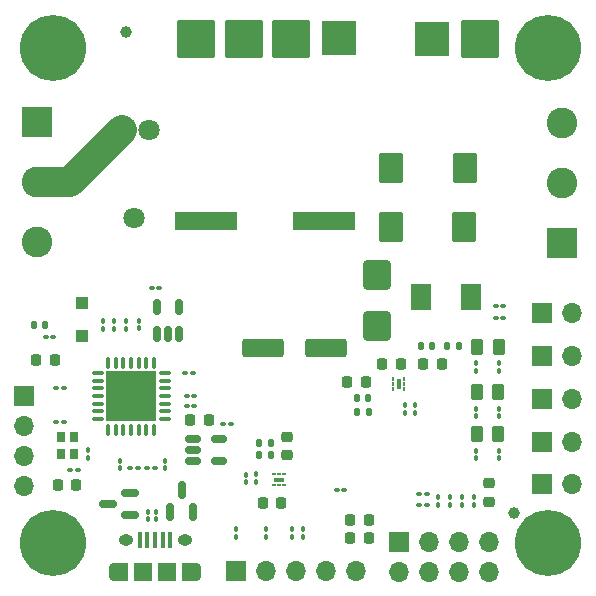
<source format=gts>
G04 #@! TF.GenerationSoftware,KiCad,Pcbnew,(7.0.0)*
G04 #@! TF.CreationDate,2023-09-29T14:02:52-04:00*
G04 #@! TF.ProjectId,_HW_HotPlate,5f48575f-486f-4745-906c-6174652e6b69,rev?*
G04 #@! TF.SameCoordinates,Original*
G04 #@! TF.FileFunction,Soldermask,Top*
G04 #@! TF.FilePolarity,Negative*
%FSLAX46Y46*%
G04 Gerber Fmt 4.6, Leading zero omitted, Abs format (unit mm)*
G04 Created by KiCad (PCBNEW (7.0.0)) date 2023-09-29 14:02:52*
%MOMM*%
%LPD*%
G01*
G04 APERTURE LIST*
G04 Aperture macros list*
%AMRoundRect*
0 Rectangle with rounded corners*
0 $1 Rounding radius*
0 $2 $3 $4 $5 $6 $7 $8 $9 X,Y pos of 4 corners*
0 Add a 4 corners polygon primitive as box body*
4,1,4,$2,$3,$4,$5,$6,$7,$8,$9,$2,$3,0*
0 Add four circle primitives for the rounded corners*
1,1,$1+$1,$2,$3*
1,1,$1+$1,$4,$5*
1,1,$1+$1,$6,$7*
1,1,$1+$1,$8,$9*
0 Add four rect primitives between the rounded corners*
20,1,$1+$1,$2,$3,$4,$5,0*
20,1,$1+$1,$4,$5,$6,$7,0*
20,1,$1+$1,$6,$7,$8,$9,0*
20,1,$1+$1,$8,$9,$2,$3,0*%
G04 Aperture macros list end*
%ADD10C,2.540000*%
%ADD11R,2.600000X2.600000*%
%ADD12C,2.600000*%
%ADD13RoundRect,0.100000X-0.100000X0.130000X-0.100000X-0.130000X0.100000X-0.130000X0.100000X0.130000X0*%
%ADD14R,1.700000X1.700000*%
%ADD15O,1.700000X1.700000*%
%ADD16C,3.600000*%
%ADD17C,5.600000*%
%ADD18RoundRect,0.150000X-0.512500X-0.150000X0.512500X-0.150000X0.512500X0.150000X-0.512500X0.150000X0*%
%ADD19RoundRect,0.225000X-0.225000X-0.250000X0.225000X-0.250000X0.225000X0.250000X-0.225000X0.250000X0*%
%ADD20RoundRect,0.100000X0.100000X-0.130000X0.100000X0.130000X-0.100000X0.130000X-0.100000X-0.130000X0*%
%ADD21RoundRect,0.100000X-0.130000X-0.100000X0.130000X-0.100000X0.130000X0.100000X-0.130000X0.100000X0*%
%ADD22RoundRect,0.100000X0.130000X0.100000X-0.130000X0.100000X-0.130000X-0.100000X0.130000X-0.100000X0*%
%ADD23RoundRect,0.250000X0.300000X-0.300000X0.300000X0.300000X-0.300000X0.300000X-0.300000X-0.300000X0*%
%ADD24RoundRect,0.135000X-0.135000X-0.185000X0.135000X-0.185000X0.135000X0.185000X-0.135000X0.185000X0*%
%ADD25RoundRect,0.062500X-0.087500X0.062500X-0.087500X-0.062500X0.087500X-0.062500X0.087500X0.062500X0*%
%ADD26R,0.940000X0.300000*%
%ADD27RoundRect,0.075000X-0.437500X-0.075000X0.437500X-0.075000X0.437500X0.075000X-0.437500X0.075000X0*%
%ADD28RoundRect,0.075000X-0.075000X-0.437500X0.075000X-0.437500X0.075000X0.437500X-0.075000X0.437500X0*%
%ADD29R,4.250000X4.250000*%
%ADD30RoundRect,0.250000X0.787500X1.025000X-0.787500X1.025000X-0.787500X-1.025000X0.787500X-1.025000X0*%
%ADD31C,1.000000*%
%ADD32RoundRect,0.062500X-0.062500X-0.087500X0.062500X-0.087500X0.062500X0.087500X-0.062500X0.087500X0*%
%ADD33R,0.300000X0.940000*%
%ADD34RoundRect,0.147500X-0.147500X-0.172500X0.147500X-0.172500X0.147500X0.172500X-0.147500X0.172500X0*%
%ADD35RoundRect,0.250000X-0.262500X-0.450000X0.262500X-0.450000X0.262500X0.450000X-0.262500X0.450000X0*%
%ADD36RoundRect,0.225000X0.225000X0.250000X-0.225000X0.250000X-0.225000X-0.250000X0.225000X-0.250000X0*%
%ADD37RoundRect,0.250000X0.900000X-1.000000X0.900000X1.000000X-0.900000X1.000000X-0.900000X-1.000000X0*%
%ADD38RoundRect,0.147500X0.147500X0.172500X-0.147500X0.172500X-0.147500X-0.172500X0.147500X-0.172500X0*%
%ADD39RoundRect,0.218750X-0.218750X-0.256250X0.218750X-0.256250X0.218750X0.256250X-0.218750X0.256250X0*%
%ADD40RoundRect,0.150000X0.587500X0.150000X-0.587500X0.150000X-0.587500X-0.150000X0.587500X-0.150000X0*%
%ADD41RoundRect,0.218750X-0.256250X0.218750X-0.256250X-0.218750X0.256250X-0.218750X0.256250X0.218750X0*%
%ADD42R,5.308600X1.498600*%
%ADD43R,1.700000X2.200000*%
%ADD44RoundRect,0.225000X0.250000X-0.225000X0.250000X0.225000X-0.250000X0.225000X-0.250000X-0.225000X0*%
%ADD45R,0.800000X0.900000*%
%ADD46RoundRect,0.150000X0.150000X-0.512500X0.150000X0.512500X-0.150000X0.512500X-0.150000X-0.512500X0*%
%ADD47R,0.400000X1.350000*%
%ADD48O,0.890000X1.550000*%
%ADD49R,1.200000X1.550000*%
%ADD50O,1.250000X0.950000*%
%ADD51R,1.500000X1.550000*%
%ADD52RoundRect,0.150000X0.150000X-0.587500X0.150000X0.587500X-0.150000X0.587500X-0.150000X-0.587500X0*%
%ADD53RoundRect,0.250000X1.500000X0.550000X-1.500000X0.550000X-1.500000X-0.550000X1.500000X-0.550000X0*%
%ADD54RoundRect,0.102000X-1.500000X-1.500000X1.500000X-1.500000X1.500000X1.500000X-1.500000X1.500000X0*%
%ADD55R,3.000000X3.000000*%
%ADD56C,1.800000*%
G04 APERTURE END LIST*
D10*
X120769493Y-142196706D02*
X125204106Y-137762093D01*
X118033600Y-142209600D02*
X120769493Y-142196706D01*
D11*
X162483799Y-147345399D03*
D12*
X162483800Y-142265400D03*
X162483800Y-137185400D03*
D13*
X140563600Y-171587200D03*
X140563600Y-172227200D03*
D14*
X134853999Y-175152599D03*
D15*
X137393999Y-175152599D03*
X139933999Y-175152599D03*
X142473999Y-175152599D03*
X145013999Y-175152599D03*
D16*
X119380000Y-130810000D03*
D17*
X119380000Y-130810000D03*
D18*
X131171200Y-163957100D03*
X131171200Y-164907100D03*
X131171200Y-165857100D03*
X133446200Y-165857100D03*
X133446200Y-163957100D03*
D19*
X150710600Y-157581600D03*
X152260600Y-157581600D03*
D14*
X116921999Y-160284799D03*
D15*
X116921999Y-162824799D03*
X116921999Y-165364799D03*
X116921999Y-167904799D03*
D19*
X130974900Y-162316300D03*
X132524900Y-162316300D03*
D20*
X139598400Y-172227200D03*
X139598400Y-171587200D03*
D14*
X160725799Y-164168399D03*
D15*
X163265799Y-164168399D03*
D21*
X130667900Y-161122500D03*
X131307900Y-161122500D03*
D20*
X155168600Y-162016400D03*
X155168600Y-161376400D03*
X155166386Y-165574945D03*
X155166386Y-164934945D03*
D13*
X157149800Y-161376400D03*
X157149800Y-162016400D03*
D22*
X157495200Y-153670000D03*
X156855200Y-153670000D03*
D13*
X154965400Y-168894800D03*
X154965400Y-169534800D03*
X126669800Y-153959600D03*
X126669800Y-154599600D03*
D23*
X121843800Y-155247800D03*
X121843800Y-152447800D03*
D13*
X153974800Y-168894800D03*
X153974800Y-169534800D03*
X125501400Y-153975193D03*
X125501400Y-154615193D03*
D24*
X136802400Y-164261800D03*
X137822400Y-164261800D03*
D13*
X124993400Y-165796000D03*
X124993400Y-166436000D03*
D25*
X138874400Y-166911000D03*
X138474400Y-166911000D03*
X138074400Y-166911000D03*
X138074400Y-167861000D03*
X138474400Y-167861000D03*
X138874400Y-167861000D03*
D26*
X138474399Y-167385999D03*
D27*
X123128700Y-158367200D03*
X123128700Y-159017200D03*
X123128700Y-159667200D03*
X123128700Y-160317200D03*
X123128700Y-160967200D03*
X123128700Y-161617200D03*
X123128700Y-162267200D03*
D28*
X124016200Y-163154700D03*
X124666200Y-163154700D03*
X125316200Y-163154700D03*
X125966200Y-163154700D03*
X126616200Y-163154700D03*
X127266200Y-163154700D03*
X127916200Y-163154700D03*
D27*
X128803700Y-162267200D03*
X128803700Y-161617200D03*
X128803700Y-160967200D03*
X128803700Y-160317200D03*
X128803700Y-159667200D03*
X128803700Y-159017200D03*
X128803700Y-158367200D03*
D28*
X127916200Y-157479700D03*
X127266200Y-157479700D03*
X126616200Y-157479700D03*
X125966200Y-157479700D03*
X125316200Y-157479700D03*
X124666200Y-157479700D03*
X124016200Y-157479700D03*
D29*
X125966199Y-160317199D03*
D30*
X154217100Y-140970000D03*
X147992100Y-140970000D03*
D20*
X155158400Y-158181000D03*
X155158400Y-157541000D03*
D21*
X127721400Y-151155400D03*
X128361400Y-151155400D03*
D14*
X160725799Y-153314799D03*
D15*
X163265799Y-153314799D03*
D31*
X125577600Y-129514600D03*
D32*
X148165800Y-158908800D03*
X148165800Y-159308800D03*
X148165800Y-159708800D03*
X149115800Y-159708800D03*
X149115800Y-159308800D03*
X149115800Y-158908800D03*
D33*
X148640799Y-159308799D03*
D34*
X145094800Y-160523606D03*
X146064800Y-160523606D03*
X136827400Y-165328600D03*
X137797400Y-165328600D03*
D13*
X137388600Y-171587200D03*
X137388600Y-172227200D03*
D16*
X161290000Y-172720000D03*
D17*
X161290000Y-172720000D03*
D20*
X136541600Y-167601200D03*
X136541600Y-166961200D03*
D35*
X155246700Y-159969200D03*
X157071700Y-159969200D03*
D30*
X154191700Y-145973800D03*
X147966700Y-145973800D03*
D35*
X155246700Y-163525200D03*
X157071700Y-163525200D03*
D21*
X133766600Y-162712400D03*
X134406600Y-162712400D03*
D36*
X148780800Y-157581600D03*
X147230800Y-157581600D03*
D13*
X123621800Y-153985000D03*
X123621800Y-154625000D03*
D37*
X146786600Y-154397600D03*
X146786600Y-150097600D03*
D21*
X125892600Y-166448300D03*
X126532600Y-166448300D03*
D14*
X160725799Y-160553799D03*
D15*
X163265799Y-160553799D03*
D36*
X138646200Y-169341800D03*
X137096200Y-169341800D03*
D22*
X131307900Y-160309700D03*
X130667900Y-160309700D03*
D20*
X128854200Y-166436000D03*
X128854200Y-165796000D03*
D14*
X148676999Y-172657599D03*
D15*
X148676999Y-175197599D03*
X151216999Y-172657599D03*
X151216999Y-175197599D03*
X153756999Y-172657599D03*
X153756999Y-175197599D03*
X156296999Y-172657599D03*
X156296999Y-175197599D03*
D24*
X145069800Y-161666606D03*
X146089800Y-161666606D03*
D38*
X151488000Y-156108400D03*
X150518000Y-156108400D03*
D20*
X127381000Y-170754000D03*
X127381000Y-170114000D03*
D36*
X121323400Y-167843200D03*
X119773400Y-167843200D03*
D39*
X144525900Y-170789600D03*
X146100900Y-170789600D03*
D13*
X149123400Y-161118006D03*
X149123400Y-161758006D03*
D22*
X121450900Y-166594700D03*
X120810900Y-166594700D03*
X120258900Y-162544900D03*
X119618900Y-162544900D03*
X120258800Y-159664400D03*
X119618800Y-159664400D03*
D20*
X128092200Y-170754000D03*
X128092200Y-170114000D03*
D40*
X125905500Y-170418800D03*
X125905500Y-168518800D03*
X124030500Y-169468800D03*
D41*
X156286200Y-167690700D03*
X156286200Y-169265700D03*
D13*
X157149800Y-164932400D03*
X157149800Y-165572400D03*
D22*
X119372300Y-155295600D03*
X118732300Y-155295600D03*
D42*
X132308599Y-145491199D03*
X142316199Y-145491199D03*
D13*
X152984200Y-168894800D03*
X152984200Y-169534800D03*
D20*
X150037800Y-161754941D03*
X150037800Y-161114941D03*
D35*
X155251728Y-156133800D03*
X157076728Y-156133800D03*
D13*
X157139600Y-157541000D03*
X157139600Y-158181000D03*
D14*
X160725799Y-156921599D03*
D15*
X163265799Y-156921599D03*
D11*
X118033599Y-137129599D03*
D12*
X118033600Y-142209600D03*
X118033600Y-147289600D03*
D34*
X117752000Y-154305000D03*
X118722000Y-154305000D03*
D16*
X161290000Y-130810000D03*
D17*
X161290000Y-130810000D03*
D22*
X150992800Y-168579800D03*
X150352800Y-168579800D03*
D36*
X145821400Y-159152006D03*
X144271400Y-159152006D03*
D13*
X135686800Y-166964400D03*
X135686800Y-167604400D03*
D16*
X119380000Y-172720000D03*
D17*
X119380000Y-172720000D03*
D22*
X131206200Y-158369000D03*
X130566200Y-158369000D03*
D24*
X152753600Y-156108400D03*
X153773600Y-156108400D03*
D43*
X154753999Y-151942799D03*
X150553999Y-151942799D03*
D44*
X139166600Y-165316200D03*
X139166600Y-163766200D03*
D45*
X119998499Y-163826099D03*
X119998499Y-165226099D03*
X121098499Y-165226099D03*
X121098499Y-163826099D03*
D46*
X128132900Y-155097200D03*
X129082900Y-155097200D03*
X130032900Y-155097200D03*
X130032900Y-152822200D03*
X128132900Y-152822200D03*
D31*
X158419800Y-170180000D03*
D47*
X126699999Y-172509199D03*
X127349999Y-172509199D03*
X127999999Y-172509199D03*
X128649999Y-172509199D03*
X129299999Y-172509199D03*
D48*
X124499999Y-175209199D03*
D49*
X125099999Y-175209199D03*
D50*
X125499999Y-172509199D03*
D51*
X126999999Y-175209199D03*
X128999999Y-175209199D03*
D50*
X130499999Y-172509199D03*
D49*
X130899999Y-175209199D03*
D48*
X131499999Y-175209199D03*
D52*
X129301200Y-170177700D03*
X131201200Y-170177700D03*
X130251200Y-168302700D03*
D20*
X122350100Y-165543100D03*
X122350100Y-164903100D03*
D36*
X146088400Y-172339000D03*
X144538400Y-172339000D03*
D53*
X142501600Y-156235400D03*
X137101600Y-156235400D03*
D13*
X151993600Y-168894800D03*
X151993600Y-169534800D03*
D14*
X160725799Y-167792799D03*
D15*
X163265799Y-167792799D03*
D36*
X119494600Y-157251400D03*
X117944600Y-157251400D03*
D54*
X131500400Y-130048000D03*
X135500400Y-130048000D03*
X139500400Y-130048000D03*
D55*
X143540399Y-130017999D03*
X151470399Y-130047999D03*
D54*
X155500400Y-130048000D03*
D22*
X127980400Y-166446200D03*
X127340400Y-166446200D03*
D20*
X124536200Y-154614700D03*
X124536200Y-153974700D03*
D56*
X127497600Y-137753400D03*
X126197600Y-145253400D03*
D22*
X144033200Y-168249600D03*
X143393200Y-168249600D03*
D21*
X150352800Y-169570400D03*
X150992800Y-169570400D03*
D13*
X134848600Y-171587200D03*
X134848600Y-172227200D03*
D21*
X156855200Y-152730200D03*
X157495200Y-152730200D03*
M02*

</source>
